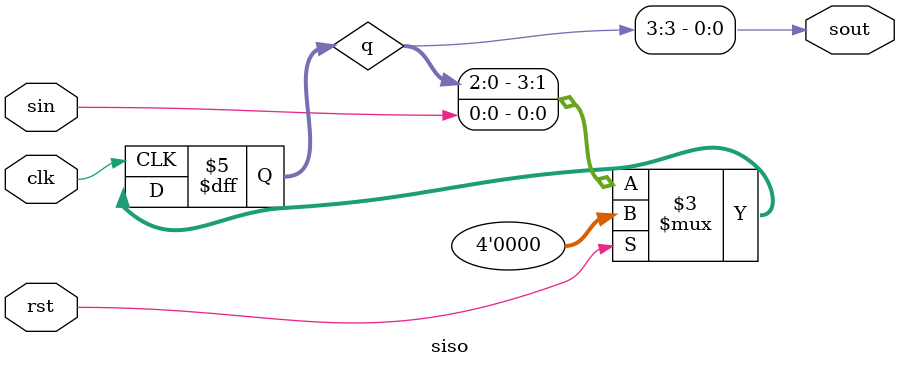
<source format=v>

module siso(clk,rst,sin,sout );
input clk,sin,rst;
output sout;
reg[3:0]q;
always @(posedge clk)
begin
if(rst)
q<=4'b0000;
else
q<={q[2:0],sin};
end
assign sout=q[3];
endmodule

</source>
